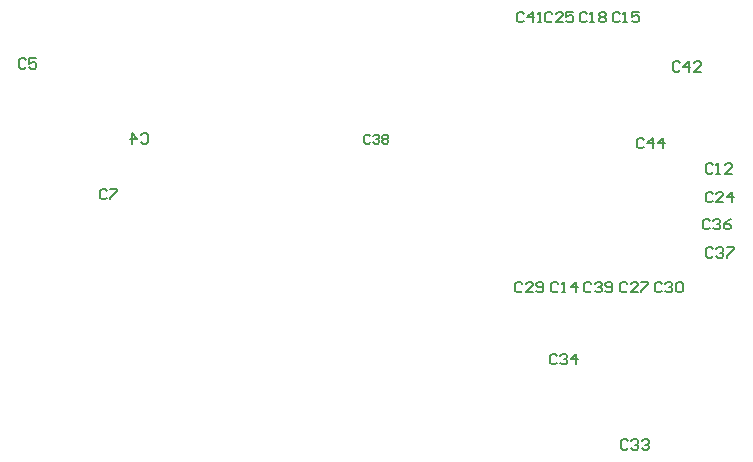
<source format=gbo>
G04 Layer_Color=32896*
%FSLAX25Y25*%
%MOIN*%
G70*
G01*
G75*
%ADD43C,0.00700*%
%ADD44C,0.00500*%
D43*
X256333Y118416D02*
X255749Y118999D01*
X254583D01*
X254000Y118416D01*
Y116083D01*
X254583Y115500D01*
X255749D01*
X256333Y116083D01*
X259248Y115500D02*
Y118999D01*
X257499Y117249D01*
X259831D01*
X262747Y115500D02*
Y118999D01*
X260998Y117249D01*
X263330D01*
X268333Y143916D02*
X267749Y144499D01*
X266583D01*
X266000Y143916D01*
Y141583D01*
X266583Y141000D01*
X267749D01*
X268333Y141583D01*
X271248Y141000D02*
Y144499D01*
X269499Y142749D01*
X271831D01*
X275330Y141000D02*
X272998D01*
X275330Y143333D01*
Y143916D01*
X274747Y144499D01*
X273581D01*
X272998Y143916D01*
X216333Y160416D02*
X215749Y160999D01*
X214583D01*
X214000Y160416D01*
Y158083D01*
X214583Y157500D01*
X215749D01*
X216333Y158083D01*
X219248Y157500D02*
Y160999D01*
X217499Y159249D01*
X219831D01*
X220998Y157500D02*
X222164D01*
X221581D01*
Y160999D01*
X220998Y160416D01*
X238833Y70416D02*
X238249Y70999D01*
X237083D01*
X236500Y70416D01*
Y68083D01*
X237083Y67500D01*
X238249D01*
X238833Y68083D01*
X239999Y70416D02*
X240582Y70999D01*
X241748D01*
X242331Y70416D01*
Y69833D01*
X241748Y69249D01*
X241165D01*
X241748D01*
X242331Y68666D01*
Y68083D01*
X241748Y67500D01*
X240582D01*
X239999Y68083D01*
X243498D02*
X244081Y67500D01*
X245247D01*
X245830Y68083D01*
Y70416D01*
X245247Y70999D01*
X244081D01*
X243498Y70416D01*
Y69833D01*
X244081Y69249D01*
X245830D01*
X279333Y81916D02*
X278749Y82499D01*
X277583D01*
X277000Y81916D01*
Y79583D01*
X277583Y79000D01*
X278749D01*
X279333Y79583D01*
X280499Y81916D02*
X281082Y82499D01*
X282248D01*
X282831Y81916D01*
Y81333D01*
X282248Y80749D01*
X281665D01*
X282248D01*
X282831Y80166D01*
Y79583D01*
X282248Y79000D01*
X281082D01*
X280499Y79583D01*
X283998Y82499D02*
X286330D01*
Y81916D01*
X283998Y79583D01*
Y79000D01*
X278333Y91416D02*
X277749Y91999D01*
X276583D01*
X276000Y91416D01*
Y89083D01*
X276583Y88500D01*
X277749D01*
X278333Y89083D01*
X279499Y91416D02*
X280082Y91999D01*
X281248D01*
X281831Y91416D01*
Y90833D01*
X281248Y90249D01*
X280665D01*
X281248D01*
X281831Y89666D01*
Y89083D01*
X281248Y88500D01*
X280082D01*
X279499Y89083D01*
X285330Y91999D02*
X284164Y91416D01*
X282998Y90249D01*
Y89083D01*
X283581Y88500D01*
X284747D01*
X285330Y89083D01*
Y89666D01*
X284747Y90249D01*
X282998D01*
X227333Y46416D02*
X226749Y46999D01*
X225583D01*
X225000Y46416D01*
Y44083D01*
X225583Y43500D01*
X226749D01*
X227333Y44083D01*
X228499Y46416D02*
X229082Y46999D01*
X230248D01*
X230831Y46416D01*
Y45833D01*
X230248Y45249D01*
X229665D01*
X230248D01*
X230831Y44666D01*
Y44083D01*
X230248Y43500D01*
X229082D01*
X228499Y44083D01*
X233747Y43500D02*
Y46999D01*
X231998Y45249D01*
X234330D01*
X250970Y15584D02*
X250387Y15001D01*
X249221D01*
X248638Y15584D01*
Y17917D01*
X249221Y18500D01*
X250387D01*
X250970Y17917D01*
X252137Y15584D02*
X252720Y15001D01*
X253886D01*
X254469Y15584D01*
Y16167D01*
X253886Y16751D01*
X253303D01*
X253886D01*
X254469Y17334D01*
Y17917D01*
X253886Y18500D01*
X252720D01*
X252137Y17917D01*
X255635Y15584D02*
X256219Y15001D01*
X257385D01*
X257968Y15584D01*
Y16167D01*
X257385Y16751D01*
X256802D01*
X257385D01*
X257968Y17334D01*
Y17917D01*
X257385Y18500D01*
X256219D01*
X255635Y17917D01*
X262333Y68084D02*
X261749Y67501D01*
X260583D01*
X260000Y68084D01*
Y70417D01*
X260583Y71000D01*
X261749D01*
X262333Y70417D01*
X263499Y68084D02*
X264082Y67501D01*
X265248D01*
X265831Y68084D01*
Y68667D01*
X265248Y69251D01*
X264665D01*
X265248D01*
X265831Y69834D01*
Y70417D01*
X265248Y71000D01*
X264082D01*
X263499Y70417D01*
X266998Y68084D02*
X267581Y67501D01*
X268747D01*
X269330Y68084D01*
Y70417D01*
X268747Y71000D01*
X267581D01*
X266998Y70417D01*
Y68084D01*
X215833Y70416D02*
X215249Y70999D01*
X214083D01*
X213500Y70416D01*
Y68083D01*
X214083Y67500D01*
X215249D01*
X215833Y68083D01*
X219331Y67500D02*
X216999D01*
X219331Y69833D01*
Y70416D01*
X218748Y70999D01*
X217582D01*
X216999Y70416D01*
X220498Y68083D02*
X221081Y67500D01*
X222247D01*
X222830Y68083D01*
Y70416D01*
X222247Y70999D01*
X221081D01*
X220498Y70416D01*
Y69833D01*
X221081Y69249D01*
X222830D01*
X250833Y70416D02*
X250249Y70999D01*
X249083D01*
X248500Y70416D01*
Y68083D01*
X249083Y67500D01*
X250249D01*
X250833Y68083D01*
X254331Y67500D02*
X251999D01*
X254331Y69833D01*
Y70416D01*
X253748Y70999D01*
X252582D01*
X251999Y70416D01*
X255498Y70999D02*
X257830D01*
Y70416D01*
X255498Y68083D01*
Y67500D01*
X225833Y160416D02*
X225249Y160999D01*
X224083D01*
X223500Y160416D01*
Y158083D01*
X224083Y157500D01*
X225249D01*
X225833Y158083D01*
X229331Y157500D02*
X226999D01*
X229331Y159833D01*
Y160416D01*
X228748Y160999D01*
X227582D01*
X226999Y160416D01*
X232830Y160999D02*
X230498D01*
Y159249D01*
X231664Y159833D01*
X232247D01*
X232830Y159249D01*
Y158083D01*
X232247Y157500D01*
X231081D01*
X230498Y158083D01*
X279333Y100416D02*
X278749Y100999D01*
X277583D01*
X277000Y100416D01*
Y98083D01*
X277583Y97500D01*
X278749D01*
X279333Y98083D01*
X282831Y97500D02*
X280499D01*
X282831Y99833D01*
Y100416D01*
X282248Y100999D01*
X281082D01*
X280499Y100416D01*
X285747Y97500D02*
Y100999D01*
X283998Y99249D01*
X286330D01*
X237333Y160416D02*
X236749Y160999D01*
X235583D01*
X235000Y160416D01*
Y158083D01*
X235583Y157500D01*
X236749D01*
X237333Y158083D01*
X238499Y157500D02*
X239665D01*
X239082D01*
Y160999D01*
X238499Y160416D01*
X241415D02*
X241998Y160999D01*
X243164D01*
X243747Y160416D01*
Y159833D01*
X243164Y159249D01*
X243747Y158666D01*
Y158083D01*
X243164Y157500D01*
X241998D01*
X241415Y158083D01*
Y158666D01*
X241998Y159249D01*
X241415Y159833D01*
Y160416D01*
X241998Y159249D02*
X243164D01*
X248333Y160416D02*
X247749Y160999D01*
X246583D01*
X246000Y160416D01*
Y158083D01*
X246583Y157500D01*
X247749D01*
X248333Y158083D01*
X249499Y157500D02*
X250665D01*
X250082D01*
Y160999D01*
X249499Y160416D01*
X254747Y160999D02*
X252415D01*
Y159249D01*
X253581Y159833D01*
X254164D01*
X254747Y159249D01*
Y158083D01*
X254164Y157500D01*
X252998D01*
X252415Y158083D01*
X227833Y70416D02*
X227249Y70999D01*
X226083D01*
X225500Y70416D01*
Y68083D01*
X226083Y67500D01*
X227249D01*
X227833Y68083D01*
X228999Y67500D02*
X230165D01*
X229582D01*
Y70999D01*
X228999Y70416D01*
X233664Y67500D02*
Y70999D01*
X231915Y69249D01*
X234247D01*
X279333Y109916D02*
X278749Y110499D01*
X277583D01*
X277000Y109916D01*
Y107583D01*
X277583Y107000D01*
X278749D01*
X279333Y107583D01*
X280499Y107000D02*
X281665D01*
X281082D01*
Y110499D01*
X280499Y109916D01*
X285747Y107000D02*
X283415D01*
X285747Y109333D01*
Y109916D01*
X285164Y110499D01*
X283998D01*
X283415Y109916D01*
X77333Y101416D02*
X76749Y101999D01*
X75583D01*
X75000Y101416D01*
Y99083D01*
X75583Y98500D01*
X76749D01*
X77333Y99083D01*
X78499Y101999D02*
X80831D01*
Y101416D01*
X78499Y99083D01*
Y98500D01*
X50333Y144916D02*
X49749Y145499D01*
X48583D01*
X48000Y144916D01*
Y142583D01*
X48583Y142000D01*
X49749D01*
X50333Y142583D01*
X53831Y145499D02*
X51499D01*
Y143749D01*
X52665Y144333D01*
X53248D01*
X53831Y143749D01*
Y142583D01*
X53248Y142000D01*
X52082D01*
X51499Y142583D01*
X88667Y119916D02*
X89251Y120499D01*
X90417D01*
X91000Y119916D01*
Y117583D01*
X90417Y117000D01*
X89251D01*
X88667Y117583D01*
X85752Y117000D02*
Y120499D01*
X87501Y118749D01*
X85169D01*
D44*
X165011Y117501D02*
X164511Y117001D01*
X163512D01*
X163012Y117501D01*
Y119500D01*
X163512Y120000D01*
X164511D01*
X165011Y119500D01*
X166011Y117501D02*
X166511Y117001D01*
X167510D01*
X168010Y117501D01*
Y118001D01*
X167510Y118500D01*
X167010D01*
X167510D01*
X168010Y119000D01*
Y119500D01*
X167510Y120000D01*
X166511D01*
X166011Y119500D01*
X169010Y117501D02*
X169510Y117001D01*
X170509D01*
X171009Y117501D01*
Y118001D01*
X170509Y118500D01*
X171009Y119000D01*
Y119500D01*
X170509Y120000D01*
X169510D01*
X169010Y119500D01*
Y119000D01*
X169510Y118500D01*
X169010Y118001D01*
Y117501D01*
X169510Y118500D02*
X170509D01*
M02*

</source>
